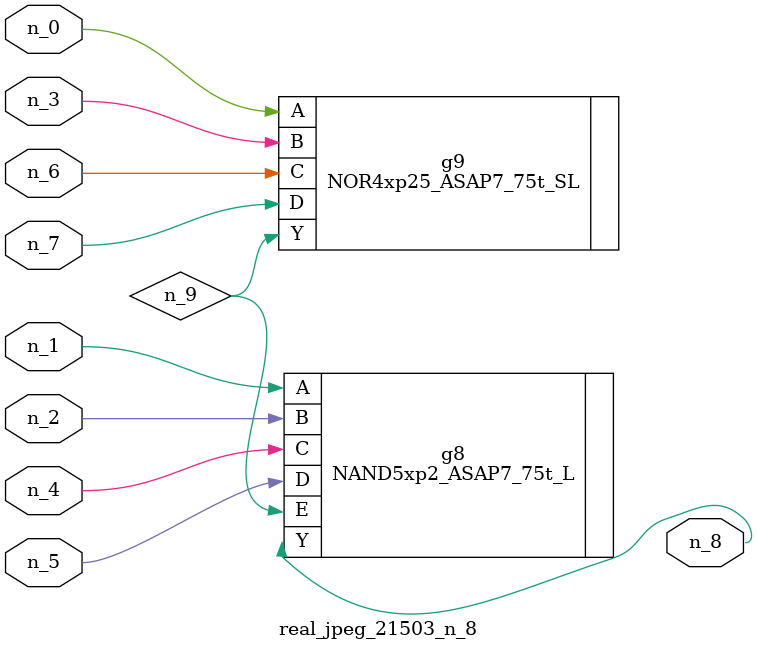
<source format=v>
module real_jpeg_21503_n_8 (n_5, n_4, n_0, n_1, n_2, n_6, n_7, n_3, n_8);

input n_5;
input n_4;
input n_0;
input n_1;
input n_2;
input n_6;
input n_7;
input n_3;

output n_8;

wire n_9;

NOR4xp25_ASAP7_75t_SL g9 ( 
.A(n_0),
.B(n_3),
.C(n_6),
.D(n_7),
.Y(n_9)
);

NAND5xp2_ASAP7_75t_L g8 ( 
.A(n_1),
.B(n_2),
.C(n_4),
.D(n_5),
.E(n_9),
.Y(n_8)
);


endmodule
</source>
